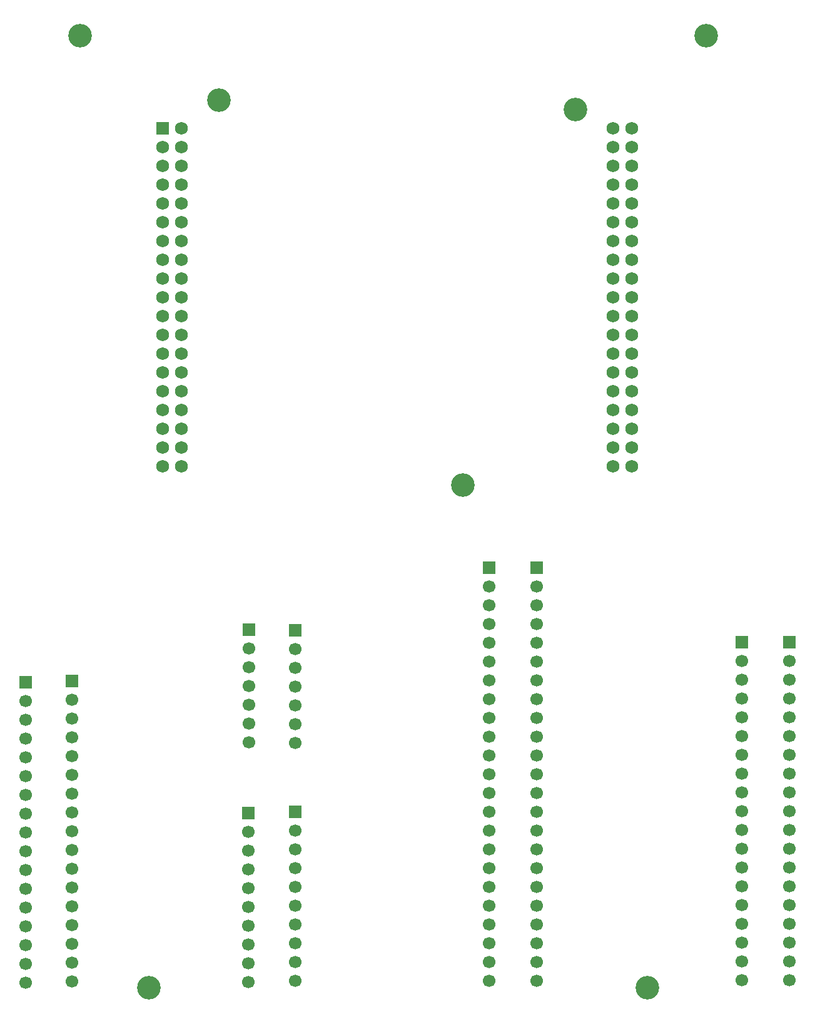
<source format=gbr>
%TF.GenerationSoftware,KiCad,Pcbnew,9.0.6*%
%TF.CreationDate,2025-11-01T18:17:41-06:00*%
%TF.ProjectId,STM32Nucleo_L476RG_Baseboard,53544d33-324e-4756-936c-656f5f4c3437,rev?*%
%TF.SameCoordinates,Original*%
%TF.FileFunction,Soldermask,Bot*%
%TF.FilePolarity,Negative*%
%FSLAX46Y46*%
G04 Gerber Fmt 4.6, Leading zero omitted, Abs format (unit mm)*
G04 Created by KiCad (PCBNEW 9.0.6) date 2025-11-01 18:17:41*
%MOMM*%
%LPD*%
G01*
G04 APERTURE LIST*
G04 Aperture macros list*
%AMRoundRect*
0 Rectangle with rounded corners*
0 $1 Rounding radius*
0 $2 $3 $4 $5 $6 $7 $8 $9 X,Y pos of 4 corners*
0 Add a 4 corners polygon primitive as box body*
4,1,4,$2,$3,$4,$5,$6,$7,$8,$9,$2,$3,0*
0 Add four circle primitives for the rounded corners*
1,1,$1+$1,$2,$3*
1,1,$1+$1,$4,$5*
1,1,$1+$1,$6,$7*
1,1,$1+$1,$8,$9*
0 Add four rect primitives between the rounded corners*
20,1,$1+$1,$2,$3,$4,$5,0*
20,1,$1+$1,$4,$5,$6,$7,0*
20,1,$1+$1,$6,$7,$8,$9,0*
20,1,$1+$1,$8,$9,$2,$3,0*%
G04 Aperture macros list end*
%ADD10C,3.200000*%
%ADD11R,1.700000X1.700000*%
%ADD12C,1.700000*%
%ADD13RoundRect,0.102000X-0.762000X-0.762000X0.762000X-0.762000X0.762000X0.762000X-0.762000X0.762000X0*%
%ADD14C,1.728000*%
G04 APERTURE END LIST*
D10*
%TO.C,REF\u002A\u002A*%
X122750000Y-168750000D03*
%TD*%
%TO.C,REF\u002A\u002A*%
X55250000Y-168750000D03*
%TD*%
%TO.C,REF\u002A\u002A*%
X46000000Y-40000000D03*
%TD*%
%TO.C,REF\u002A\u002A*%
X130750000Y-40000000D03*
%TD*%
D11*
%TO.C,J8*%
X75100000Y-144940000D03*
D12*
X75100000Y-147480000D03*
X75100000Y-150020000D03*
X75100000Y-152560000D03*
X75100000Y-155100000D03*
X75100000Y-157640000D03*
X75100000Y-160180000D03*
X75100000Y-162720000D03*
X75100000Y-165260000D03*
X75100000Y-167800000D03*
%TD*%
D11*
%TO.C,J4*%
X68700000Y-145080000D03*
D12*
X68700000Y-147620000D03*
X68700000Y-150160000D03*
X68700000Y-152700000D03*
X68700000Y-155240000D03*
X68700000Y-157780000D03*
X68700000Y-160320000D03*
X68700000Y-162860000D03*
X68700000Y-165400000D03*
X68700000Y-167940000D03*
%TD*%
D11*
%TO.C,J2*%
X75100000Y-120360000D03*
D12*
X75100000Y-122900000D03*
X75100000Y-125440000D03*
X75100000Y-127980000D03*
X75100000Y-130520000D03*
X75100000Y-133060000D03*
X75100000Y-135600000D03*
%TD*%
D11*
%TO.C,J1*%
X68800000Y-120280000D03*
D12*
X68800000Y-122820000D03*
X68800000Y-125360000D03*
X68800000Y-127900000D03*
X68800000Y-130440000D03*
X68800000Y-132980000D03*
X68800000Y-135520000D03*
%TD*%
%TO.C,J6*%
X142000000Y-167740000D03*
X142000000Y-165200000D03*
X142000000Y-162660000D03*
X142000000Y-160120000D03*
X142000000Y-157580000D03*
X142000000Y-155040000D03*
X142000000Y-152500000D03*
X142000000Y-149960000D03*
X142000000Y-147420000D03*
X142000000Y-144880000D03*
X142000000Y-142340000D03*
X142000000Y-139800000D03*
X142000000Y-137260000D03*
X142000000Y-134720000D03*
X142000000Y-132180000D03*
X142000000Y-129640000D03*
X142000000Y-127100000D03*
X142000000Y-124560000D03*
D11*
X142000000Y-122020000D03*
%TD*%
D12*
%TO.C,J10*%
X135500000Y-167700000D03*
X135500000Y-165160000D03*
X135500000Y-162620000D03*
X135500000Y-160080000D03*
X135500000Y-157540000D03*
X135500000Y-155000000D03*
X135500000Y-152460000D03*
X135500000Y-149920000D03*
X135500000Y-147380000D03*
X135500000Y-144840000D03*
X135500000Y-142300000D03*
X135500000Y-139760000D03*
X135500000Y-137220000D03*
X135500000Y-134680000D03*
X135500000Y-132140000D03*
X135500000Y-129600000D03*
X135500000Y-127060000D03*
X135500000Y-124520000D03*
D11*
X135500000Y-121980000D03*
%TD*%
D12*
%TO.C,J7*%
X44900000Y-167900000D03*
X44900000Y-165360000D03*
X44900000Y-162820000D03*
X44900000Y-160280000D03*
X44900000Y-157740000D03*
X44900000Y-155200000D03*
X44900000Y-152660000D03*
X44900000Y-150120000D03*
X44900000Y-147580000D03*
X44900000Y-145040000D03*
X44900000Y-142500000D03*
X44900000Y-139960000D03*
X44900000Y-137420000D03*
X44900000Y-134880000D03*
X44900000Y-132340000D03*
X44900000Y-129800000D03*
D11*
X44900000Y-127260000D03*
%TD*%
%TO.C,J3*%
X38600000Y-127390000D03*
D12*
X38600000Y-129930000D03*
X38600000Y-132470000D03*
X38600000Y-135010000D03*
X38600000Y-137550000D03*
X38600000Y-140090000D03*
X38600000Y-142630000D03*
X38600000Y-145170000D03*
X38600000Y-147710000D03*
X38600000Y-150250000D03*
X38600000Y-152790000D03*
X38600000Y-155330000D03*
X38600000Y-157870000D03*
X38600000Y-160410000D03*
X38600000Y-162950000D03*
X38600000Y-165490000D03*
X38600000Y-168030000D03*
%TD*%
D13*
%TO.C,U1*%
X57100000Y-52500000D03*
D14*
X118060000Y-52500000D03*
D10*
X64720000Y-48690000D03*
X112980000Y-49960000D03*
X97740000Y-100760000D03*
D14*
X120600000Y-52500000D03*
X118060000Y-55040000D03*
X120600000Y-55040000D03*
X118060000Y-57580000D03*
X120600000Y-57580000D03*
X118060000Y-60120000D03*
X120600000Y-60120000D03*
X118060000Y-62660000D03*
X120600000Y-62660000D03*
X118060000Y-65200000D03*
X120600000Y-65200000D03*
X118060000Y-67740000D03*
X120600000Y-67740000D03*
X118060000Y-70280000D03*
X120600000Y-70280000D03*
X118060000Y-72820000D03*
X120600000Y-72820000D03*
X118060000Y-75360000D03*
X120600000Y-75360000D03*
X118060000Y-77900000D03*
X120600000Y-77900000D03*
X118060000Y-80440000D03*
X120600000Y-80440000D03*
X118060000Y-82980000D03*
X120600000Y-82980000D03*
X118060000Y-85520000D03*
X120600000Y-85520000D03*
X118060000Y-88060000D03*
X120600000Y-88060000D03*
X118060000Y-90600000D03*
X120600000Y-90600000D03*
X118060000Y-93140000D03*
X120600000Y-93140000D03*
X118060000Y-95680000D03*
X120600000Y-95680000D03*
X118060000Y-98220000D03*
X120600000Y-98220000D03*
X59640000Y-52500000D03*
X57100000Y-55040000D03*
X59640000Y-55040000D03*
X57100000Y-57580000D03*
X59640000Y-57580000D03*
X57100000Y-60120000D03*
X59640000Y-60120000D03*
X57100000Y-62660000D03*
X59640000Y-62660000D03*
X57100000Y-65200000D03*
X59640000Y-65200000D03*
X57100000Y-67740000D03*
X59640000Y-67740000D03*
X57100000Y-70280000D03*
X59640000Y-70280000D03*
X57100000Y-72820000D03*
X59640000Y-72820000D03*
X57100000Y-75360000D03*
X59640000Y-75360000D03*
X57100000Y-77900000D03*
X59640000Y-77900000D03*
X57100000Y-80440000D03*
X59640000Y-80440000D03*
X57100000Y-82980000D03*
X59640000Y-82980000D03*
X57100000Y-85520000D03*
X59640000Y-85520000D03*
X57100000Y-88060000D03*
X59640000Y-88060000D03*
X57100000Y-90600000D03*
X59640000Y-90600000D03*
X57100000Y-93140000D03*
X59640000Y-93140000D03*
X57100000Y-95680000D03*
X59640000Y-95680000D03*
X57100000Y-98220000D03*
X59640000Y-98220000D03*
%TD*%
D11*
%TO.C,J9*%
X107800000Y-111920000D03*
D12*
X107800000Y-114460000D03*
X107800000Y-117000000D03*
X107800000Y-119540000D03*
X107800000Y-122080000D03*
X107800000Y-124620000D03*
X107800000Y-127160000D03*
X107800000Y-129700000D03*
X107800000Y-132240000D03*
X107800000Y-134780000D03*
X107800000Y-137320000D03*
X107800000Y-139860000D03*
X107800000Y-142400000D03*
X107800000Y-144940000D03*
X107800000Y-147480000D03*
X107800000Y-150020000D03*
X107800000Y-152560000D03*
X107800000Y-155100000D03*
X107800000Y-157640000D03*
X107800000Y-160180000D03*
X107800000Y-162720000D03*
X107800000Y-165260000D03*
X107800000Y-167800000D03*
%TD*%
D11*
%TO.C,J5*%
X101300000Y-111920000D03*
D12*
X101300000Y-114460000D03*
X101300000Y-117000000D03*
X101300000Y-119540000D03*
X101300000Y-122080000D03*
X101300000Y-124620000D03*
X101300000Y-127160000D03*
X101300000Y-129700000D03*
X101300000Y-132240000D03*
X101300000Y-134780000D03*
X101300000Y-137320000D03*
X101300000Y-139860000D03*
X101300000Y-142400000D03*
X101300000Y-144940000D03*
X101300000Y-147480000D03*
X101300000Y-150020000D03*
X101300000Y-152560000D03*
X101300000Y-155100000D03*
X101300000Y-157640000D03*
X101300000Y-160180000D03*
X101300000Y-162720000D03*
X101300000Y-165260000D03*
X101300000Y-167800000D03*
%TD*%
M02*

</source>
